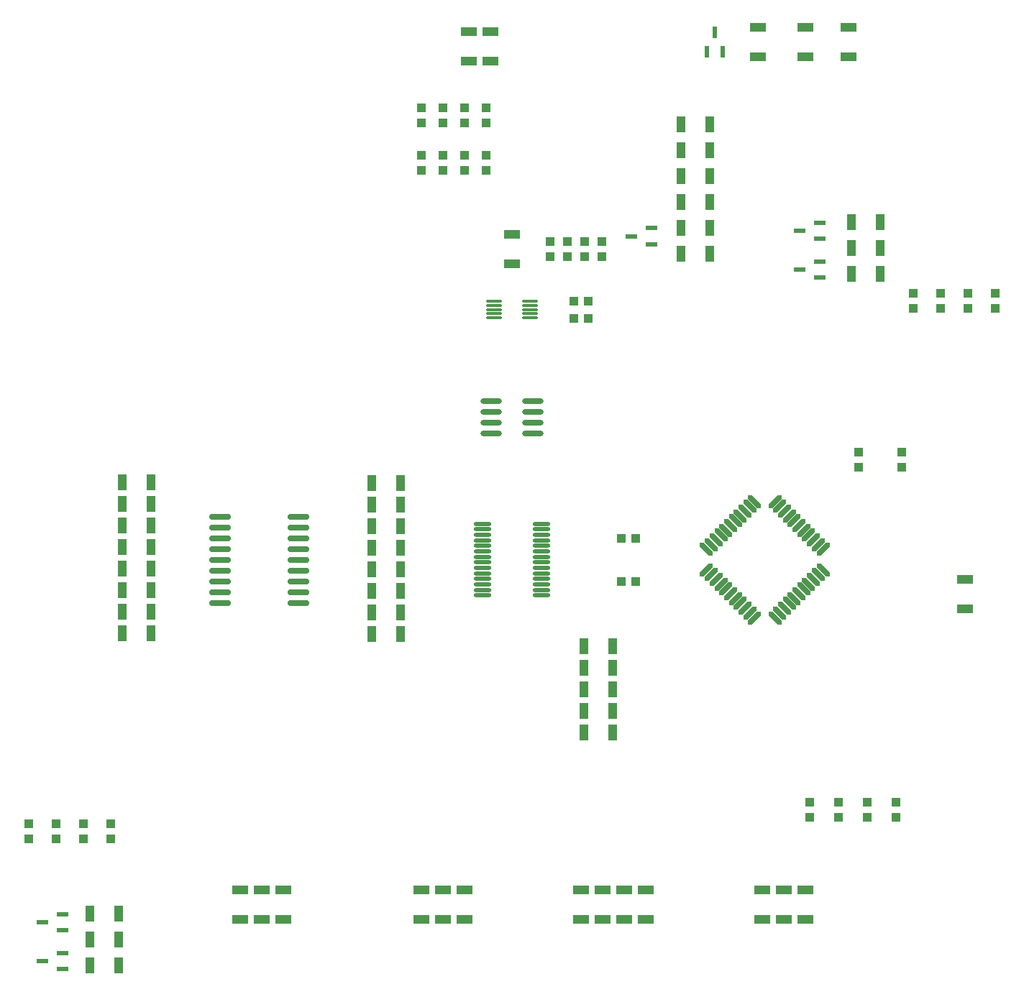
<source format=gbp>
G04 Layer_Color=128*
%FSLAX44Y44*%
%MOMM*%
G71*
G01*
G75*
%ADD43O,2.6000X0.7000*%
G04:AMPARAMS|DCode=44|XSize=0.6mm|YSize=2.05mm|CornerRadius=0mm|HoleSize=0mm|Usage=FLASHONLY|Rotation=225.000|XOffset=0mm|YOffset=0mm|HoleType=Round|Shape=Round|*
%AMOVALD44*
21,1,1.4500,0.6000,0.0000,0.0000,315.0*
1,1,0.6000,-0.5127,0.5127*
1,1,0.6000,0.5127,-0.5127*
%
%ADD44OVALD44*%

G04:AMPARAMS|DCode=45|XSize=0.6mm|YSize=2.05mm|CornerRadius=0mm|HoleSize=0mm|Usage=FLASHONLY|Rotation=315.000|XOffset=0mm|YOffset=0mm|HoleType=Round|Shape=Round|*
%AMOVALD45*
21,1,1.4500,0.6000,0.0000,0.0000,45.0*
1,1,0.6000,-0.5127,-0.5127*
1,1,0.6000,0.5127,0.5127*
%
%ADD45OVALD45*%

%ADD46O,2.0000X0.3000*%
%ADD47O,2.5000X0.7000*%
%ADD48O,2.1000X0.4500*%
%ADD49R,1.4500X0.6000*%
%ADD50R,1.0500X1.0800*%
%ADD51R,0.6000X1.4500*%
%ADD52R,1.0000X1.9000*%
%ADD53R,1.9000X1.0000*%
%ADD54R,1.0800X1.0500*%
D43*
X251500Y674200D02*
D03*
Y686900D02*
D03*
Y699600D02*
D03*
Y712300D02*
D03*
Y725000D02*
D03*
Y737700D02*
D03*
Y750400D02*
D03*
Y763100D02*
D03*
Y775800D02*
D03*
X343500Y674200D02*
D03*
Y686900D02*
D03*
Y699600D02*
D03*
Y712300D02*
D03*
Y725000D02*
D03*
Y737700D02*
D03*
Y750400D02*
D03*
Y763100D02*
D03*
Y775800D02*
D03*
D44*
X823911Y737021D02*
D03*
X829568Y742678D02*
D03*
X835225Y748334D02*
D03*
X840881Y753991D02*
D03*
X846538Y759648D02*
D03*
X852195Y765305D02*
D03*
X857852Y770962D02*
D03*
X863509Y776619D02*
D03*
X869166Y782275D02*
D03*
X874822Y787932D02*
D03*
X880479Y793589D02*
D03*
X961089Y712979D02*
D03*
X955433Y707322D02*
D03*
X949776Y701665D02*
D03*
X944119Y696008D02*
D03*
X938462Y690352D02*
D03*
X932805Y684695D02*
D03*
X927148Y679038D02*
D03*
X921492Y673381D02*
D03*
X915835Y667724D02*
D03*
X910178Y662067D02*
D03*
X904521Y656411D02*
D03*
D45*
Y793589D02*
D03*
X910178Y787932D02*
D03*
X915835Y782275D02*
D03*
X921492Y776619D02*
D03*
X927148Y770962D02*
D03*
X932805Y765305D02*
D03*
X938462Y759648D02*
D03*
X944119Y753991D02*
D03*
X949776Y748334D02*
D03*
X955433Y742678D02*
D03*
X961089Y737021D02*
D03*
X880479Y656411D02*
D03*
X874822Y662067D02*
D03*
X869166Y667724D02*
D03*
X863509Y673381D02*
D03*
X857852Y679038D02*
D03*
X852195Y684695D02*
D03*
X846538Y690352D02*
D03*
X840881Y696008D02*
D03*
X835225Y701665D02*
D03*
X829568Y707322D02*
D03*
X823911Y712979D02*
D03*
D46*
X574000Y1009640D02*
D03*
Y1014640D02*
D03*
Y1019640D02*
D03*
Y1024640D02*
D03*
Y1029640D02*
D03*
X616000Y1009640D02*
D03*
Y1014640D02*
D03*
Y1019640D02*
D03*
Y1024640D02*
D03*
Y1029640D02*
D03*
D47*
X619500Y911690D02*
D03*
Y898990D02*
D03*
Y886290D02*
D03*
Y873590D02*
D03*
X570500Y911690D02*
D03*
Y898990D02*
D03*
Y886290D02*
D03*
Y873590D02*
D03*
D48*
X629500Y767250D02*
D03*
Y760750D02*
D03*
Y754250D02*
D03*
Y747750D02*
D03*
Y741250D02*
D03*
Y734750D02*
D03*
Y728250D02*
D03*
Y721750D02*
D03*
Y715250D02*
D03*
Y708750D02*
D03*
Y702250D02*
D03*
Y695750D02*
D03*
Y689250D02*
D03*
Y682750D02*
D03*
X560500Y767250D02*
D03*
Y760750D02*
D03*
Y754250D02*
D03*
Y747750D02*
D03*
Y741250D02*
D03*
Y734750D02*
D03*
Y728250D02*
D03*
Y721750D02*
D03*
Y715250D02*
D03*
Y708750D02*
D03*
Y702250D02*
D03*
Y695750D02*
D03*
Y689250D02*
D03*
Y682750D02*
D03*
D49*
X759150Y1115500D02*
D03*
Y1096500D02*
D03*
X735650Y1106000D02*
D03*
X65380Y307600D02*
D03*
Y288600D02*
D03*
X41880Y298100D02*
D03*
X65380Y261880D02*
D03*
Y242880D02*
D03*
X41880Y252380D02*
D03*
X956910Y1121940D02*
D03*
Y1102940D02*
D03*
X933410Y1112440D02*
D03*
X956910Y1076220D02*
D03*
Y1057220D02*
D03*
X933410Y1066720D02*
D03*
D50*
X1067440Y1021150D02*
D03*
Y1038450D02*
D03*
X700620Y1099580D02*
D03*
Y1082280D02*
D03*
X680300Y1099580D02*
D03*
Y1082280D02*
D03*
X659980Y1099580D02*
D03*
Y1082280D02*
D03*
X639660Y1099580D02*
D03*
Y1082280D02*
D03*
X564520Y1201010D02*
D03*
Y1183710D02*
D03*
X539120Y1201010D02*
D03*
Y1183710D02*
D03*
X513720Y1201010D02*
D03*
Y1183710D02*
D03*
X488320Y1201010D02*
D03*
Y1183710D02*
D03*
X564520Y1239590D02*
D03*
Y1256890D02*
D03*
X539120Y1239590D02*
D03*
Y1256890D02*
D03*
X513720Y1239590D02*
D03*
Y1256890D02*
D03*
X488320Y1239590D02*
D03*
Y1256890D02*
D03*
X945520Y439010D02*
D03*
Y421710D02*
D03*
X979387Y439010D02*
D03*
Y421710D02*
D03*
X1013253Y439010D02*
D03*
Y421710D02*
D03*
X1047120Y439010D02*
D03*
Y421710D02*
D03*
X1003130Y851250D02*
D03*
Y833950D02*
D03*
X1053930Y851250D02*
D03*
Y833950D02*
D03*
X26040Y396310D02*
D03*
Y413610D02*
D03*
X58213Y396310D02*
D03*
Y413610D02*
D03*
X90387D02*
D03*
Y396310D02*
D03*
X122560Y413610D02*
D03*
Y396310D02*
D03*
X1163960Y1021150D02*
D03*
Y1038450D02*
D03*
X1131787Y1021150D02*
D03*
Y1038450D02*
D03*
X1099613Y1021150D02*
D03*
Y1038450D02*
D03*
D51*
X843260Y1322850D02*
D03*
X824260D02*
D03*
X833760Y1346350D02*
D03*
D52*
X97590Y247300D02*
D03*
X131590D02*
D03*
X994200Y1061640D02*
D03*
X1028200D02*
D03*
X97590Y277780D02*
D03*
X131590D02*
D03*
X994200Y1092120D02*
D03*
X1028200D02*
D03*
X97590Y308260D02*
D03*
X131590D02*
D03*
X994200Y1122600D02*
D03*
X1028200D02*
D03*
X463660Y815210D02*
D03*
X429660D02*
D03*
X170040Y816440D02*
D03*
X136040D02*
D03*
X463660Y789810D02*
D03*
X429660D02*
D03*
X170040Y791040D02*
D03*
X136040D02*
D03*
X463660Y764410D02*
D03*
X429660D02*
D03*
X170040Y765640D02*
D03*
X136040D02*
D03*
X463660Y739010D02*
D03*
X429660D02*
D03*
X170040Y740240D02*
D03*
X136040D02*
D03*
X463660Y713610D02*
D03*
X429660D02*
D03*
X170040Y714840D02*
D03*
X136040D02*
D03*
X463660Y688210D02*
D03*
X429660D02*
D03*
X170040Y689440D02*
D03*
X136040D02*
D03*
X463660Y662810D02*
D03*
X429660D02*
D03*
X170040Y664040D02*
D03*
X136040D02*
D03*
X463660Y637410D02*
D03*
X429660D02*
D03*
X170040Y638640D02*
D03*
X136040D02*
D03*
X679600Y547200D02*
D03*
X713600D02*
D03*
X679600Y521800D02*
D03*
X713600D02*
D03*
Y572600D02*
D03*
X679600D02*
D03*
X713600Y598000D02*
D03*
X679600D02*
D03*
X713600Y623400D02*
D03*
X679600D02*
D03*
X793690Y1176930D02*
D03*
X827690D02*
D03*
Y1207410D02*
D03*
X793690D02*
D03*
Y1237890D02*
D03*
X827690D02*
D03*
Y1085490D02*
D03*
X793690D02*
D03*
Y1115970D02*
D03*
X827690D02*
D03*
X793690Y1146450D02*
D03*
X827690D02*
D03*
D53*
X884560Y1317600D02*
D03*
Y1351600D02*
D03*
X569600Y1346520D02*
D03*
Y1312520D02*
D03*
X325760Y301600D02*
D03*
Y335600D02*
D03*
X1128400Y667360D02*
D03*
Y701360D02*
D03*
X274960Y301600D02*
D03*
Y335600D02*
D03*
X940440Y1351600D02*
D03*
Y1317600D02*
D03*
X300360Y301600D02*
D03*
Y335600D02*
D03*
X991240Y1351600D02*
D03*
Y1317600D02*
D03*
X752480Y301600D02*
D03*
Y335600D02*
D03*
X727080Y301600D02*
D03*
Y335600D02*
D03*
X539120Y301600D02*
D03*
Y335600D02*
D03*
X513720Y301600D02*
D03*
Y335600D02*
D03*
X488320Y301600D02*
D03*
Y335600D02*
D03*
X889640D02*
D03*
Y301600D02*
D03*
X595000Y1107760D02*
D03*
Y1073760D02*
D03*
X676280Y301600D02*
D03*
Y335600D02*
D03*
X915040Y335600D02*
D03*
Y301600D02*
D03*
X701680Y301600D02*
D03*
Y335600D02*
D03*
X544200Y1346520D02*
D03*
Y1312520D02*
D03*
X940440Y301600D02*
D03*
Y335600D02*
D03*
D54*
X723510Y750400D02*
D03*
X740810D02*
D03*
X723510Y699600D02*
D03*
X740810D02*
D03*
X684930Y1029800D02*
D03*
X667630D02*
D03*
Y1009480D02*
D03*
X684930D02*
D03*
M02*

</source>
